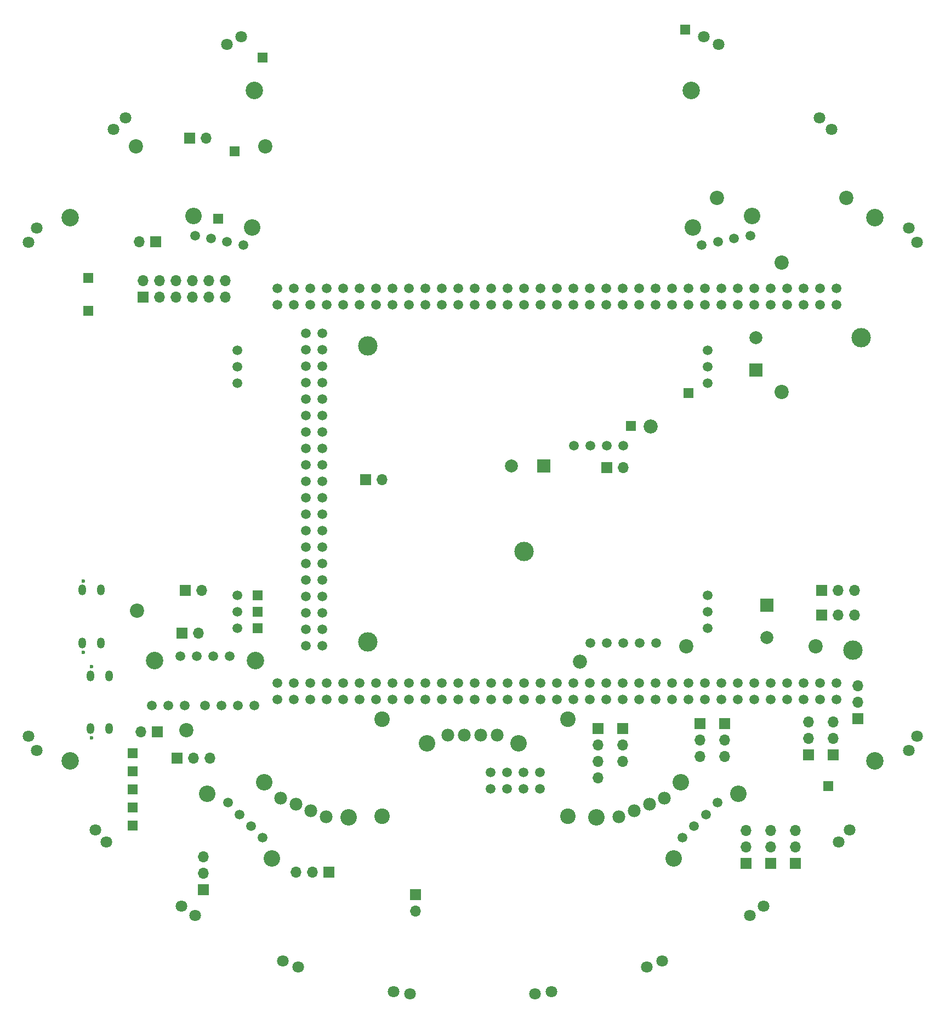
<source format=gbr>
G04 #@! TF.GenerationSoftware,KiCad,Pcbnew,5.1.9-73d0e3b20d~88~ubuntu20.04.1*
G04 #@! TF.CreationDate,2020-12-30T10:14:53-08:00*
G04 #@! TF.ProjectId,master_board,6d617374-6572-45f6-926f-6172642e6b69,Rev. A*
G04 #@! TF.SameCoordinates,Original*
G04 #@! TF.FileFunction,Soldermask,Bot*
G04 #@! TF.FilePolarity,Negative*
%FSLAX46Y46*%
G04 Gerber Fmt 4.6, Leading zero omitted, Abs format (unit mm)*
G04 Created by KiCad (PCBNEW 5.1.9-73d0e3b20d~88~ubuntu20.04.1) date 2020-12-30 10:14:53*
%MOMM*%
%LPD*%
G01*
G04 APERTURE LIST*
%ADD10C,2.000000*%
%ADD11R,2.000000X2.000000*%
%ADD12O,1.700000X1.700000*%
%ADD13R,1.700000X1.700000*%
%ADD14C,2.700000*%
%ADD15C,1.520000*%
%ADD16C,2.180000*%
%ADD17C,3.000000*%
%ADD18C,2.200000*%
%ADD19C,2.400000*%
%ADD20C,2.550000*%
%ADD21C,1.800000*%
%ADD22C,1.980000*%
%ADD23C,0.600000*%
%ADD24O,1.200000X1.700000*%
%ADD25R,1.500000X1.500000*%
G04 APERTURE END LIST*
D10*
X106030000Y-96390000D03*
D11*
X111030000Y-96390000D03*
D10*
X145470000Y-122910000D03*
D11*
X145470000Y-117910000D03*
D12*
X48768000Y-137414000D03*
D13*
X51308000Y-137414000D03*
D12*
X159004000Y-115570000D03*
X156464000Y-115570000D03*
D13*
X153924000Y-115570000D03*
D14*
X50856500Y-126485000D03*
X66491500Y-126485000D03*
D15*
X62484000Y-125730000D03*
X59944000Y-125730000D03*
X57404000Y-125730000D03*
X54864000Y-125730000D03*
X66294000Y-133350000D03*
X63754000Y-133350000D03*
X61214000Y-133350000D03*
X58674000Y-133350000D03*
X55499000Y-133350000D03*
X52959000Y-133350000D03*
X50419000Y-133350000D03*
D12*
X138938000Y-141224000D03*
X138938000Y-138684000D03*
D13*
X138938000Y-136144000D03*
D12*
X123190000Y-141986000D03*
X123190000Y-139446000D03*
D13*
X123190000Y-136906000D03*
D12*
X135128000Y-141224000D03*
X135128000Y-138684000D03*
D13*
X135128000Y-136144000D03*
D12*
X119380000Y-144526000D03*
X119380000Y-141986000D03*
X119380000Y-139446000D03*
D13*
X119380000Y-136906000D03*
D12*
X61800000Y-67760000D03*
X61800000Y-70300000D03*
X59260000Y-67760000D03*
X59260000Y-70300000D03*
X56720000Y-67760000D03*
X56720000Y-70300000D03*
X54180000Y-67760000D03*
X54180000Y-70300000D03*
X51640000Y-67760000D03*
X51640000Y-70300000D03*
X49100000Y-67760000D03*
D13*
X49100000Y-70300000D03*
D12*
X159512000Y-130302000D03*
X159512000Y-132842000D03*
D13*
X159512000Y-135382000D03*
D12*
X159004000Y-119380000D03*
X156464000Y-119380000D03*
D13*
X153924000Y-119380000D03*
D12*
X146030000Y-152654000D03*
X146030000Y-155194000D03*
D13*
X146030000Y-157734000D03*
D12*
X151892000Y-135890000D03*
X151892000Y-138430000D03*
D13*
X151892000Y-140970000D03*
D12*
X86020000Y-98540000D03*
D13*
X83480000Y-98540000D03*
D12*
X72752000Y-159148000D03*
X75292000Y-159148000D03*
D13*
X77832000Y-159148000D03*
D12*
X123238260Y-96657160D03*
D13*
X120698260Y-96657160D03*
D12*
X48514000Y-61722000D03*
D13*
X51054000Y-61722000D03*
D12*
X59436000Y-141478000D03*
X56896000Y-141478000D03*
D13*
X54356000Y-141478000D03*
D12*
X58420000Y-156718000D03*
X58420000Y-159258000D03*
D13*
X58420000Y-161798000D03*
D15*
X128330000Y-123720000D03*
X125790000Y-123720000D03*
X123250000Y-123720000D03*
X120710000Y-123720000D03*
X118170000Y-123720000D03*
X123290000Y-93280000D03*
X120750000Y-93280000D03*
X118210000Y-93280000D03*
X115670000Y-93280000D03*
D16*
X116600000Y-126600000D03*
X127500000Y-90300000D03*
D15*
X69828500Y-132475800D03*
X72368500Y-132475800D03*
X74908500Y-132475800D03*
X77448500Y-132475800D03*
X79988500Y-132475800D03*
X82528500Y-132475800D03*
X85068500Y-132475800D03*
X87608500Y-132475800D03*
X90148500Y-132475800D03*
X92688500Y-132475800D03*
X95228500Y-132475800D03*
X97768500Y-132475800D03*
X100308500Y-132475800D03*
X102848500Y-132475800D03*
X105388500Y-132475800D03*
X107928500Y-132475800D03*
X110468500Y-132475800D03*
X113008500Y-132475800D03*
X115548500Y-132475800D03*
X118088500Y-132475800D03*
X120628500Y-132475800D03*
X123168500Y-132475800D03*
X125708500Y-132475800D03*
X128248500Y-132475800D03*
X130788500Y-132475800D03*
X133328500Y-132475800D03*
X135868500Y-132475800D03*
X138408500Y-132475800D03*
X140948500Y-132475800D03*
X143488500Y-132475800D03*
X146028500Y-132475800D03*
X148568500Y-132475800D03*
X151108500Y-132475800D03*
X153648500Y-132475800D03*
X156188500Y-132475800D03*
X69828500Y-129935800D03*
X72368500Y-129935800D03*
X74908500Y-129935800D03*
X77448500Y-129935800D03*
X79988500Y-129935800D03*
X82528500Y-129935800D03*
X85068500Y-129935800D03*
X87608500Y-129935800D03*
X90148500Y-129935800D03*
X92688500Y-129935800D03*
X95228500Y-129935800D03*
X97768500Y-129935800D03*
X100308500Y-129935800D03*
X102848500Y-129935800D03*
X105388500Y-129935800D03*
X107928500Y-129935800D03*
X110468500Y-129935800D03*
X113008500Y-129935800D03*
X115548500Y-129935800D03*
X118088500Y-129935800D03*
X120628500Y-129935800D03*
X123168500Y-129935800D03*
X125708500Y-129935800D03*
X128248500Y-129935800D03*
X130788500Y-129935800D03*
X133328500Y-129935800D03*
X135868500Y-129935800D03*
X138408500Y-129935800D03*
X140948500Y-129935800D03*
X143488500Y-129935800D03*
X146028500Y-129935800D03*
X148568500Y-129935800D03*
X151108500Y-129935800D03*
X153648500Y-129935800D03*
X156188500Y-129935800D03*
X69828500Y-71515800D03*
X72368500Y-71515800D03*
X74908500Y-71515800D03*
X77448500Y-71515800D03*
X79988500Y-71515800D03*
X82528500Y-71515800D03*
X85068500Y-71515800D03*
X87608500Y-71515800D03*
X90148500Y-71515800D03*
X92688500Y-71515800D03*
X95228500Y-71515800D03*
X97768500Y-71515800D03*
X100308500Y-71515800D03*
X102848500Y-71515800D03*
X105388500Y-71515800D03*
X107928500Y-71515800D03*
X110468500Y-71515800D03*
X113008500Y-71515800D03*
X115548500Y-71515800D03*
X118088500Y-71515800D03*
X120628500Y-71515800D03*
X123168500Y-71515800D03*
X125708500Y-71515800D03*
X128248500Y-71515800D03*
X130788500Y-71515800D03*
X133328500Y-71515800D03*
X135868500Y-71515800D03*
X138408500Y-71515800D03*
X140948500Y-71515800D03*
X143488500Y-71515800D03*
X146028500Y-71515800D03*
X148568500Y-71515800D03*
X151108500Y-71515800D03*
X153648500Y-71515800D03*
X156188500Y-71515800D03*
X69828500Y-68975800D03*
X72368500Y-68975800D03*
X74908500Y-68975800D03*
X77448500Y-68975800D03*
X79988500Y-68975800D03*
X82528500Y-68975800D03*
X85068500Y-68975800D03*
X87608500Y-68975800D03*
X90148500Y-68975800D03*
X92688500Y-68975800D03*
X95228500Y-68975800D03*
X97768500Y-68975800D03*
X100308500Y-68975800D03*
X102848500Y-68975800D03*
X105388500Y-68975800D03*
X107928500Y-68975800D03*
X110468500Y-68975800D03*
X113008500Y-68975800D03*
X115548500Y-68975800D03*
X118088500Y-68975800D03*
X120628500Y-68975800D03*
X123168500Y-68975800D03*
X125708500Y-68975800D03*
X128248500Y-68975800D03*
X130788500Y-68975800D03*
X133328500Y-68975800D03*
X135868500Y-68975800D03*
X138408500Y-68975800D03*
X140948500Y-68975800D03*
X143488500Y-68975800D03*
X146028500Y-68975800D03*
X148568500Y-68975800D03*
X151108500Y-68975800D03*
X153648500Y-68975800D03*
X156188500Y-68975800D03*
D17*
X107928500Y-109615800D03*
X83798500Y-77865800D03*
X83798500Y-123585800D03*
X159998500Y-76595800D03*
X158728500Y-124855800D03*
D18*
X137750000Y-55000000D03*
X157750000Y-55000000D03*
D15*
X74230000Y-75870000D03*
X74230000Y-78410000D03*
X74230000Y-80950000D03*
X74230000Y-83490000D03*
X74230000Y-86030000D03*
X74230000Y-88570000D03*
X74230000Y-91110000D03*
X74230000Y-93650000D03*
X74230000Y-96190000D03*
X74230000Y-98730000D03*
X74230000Y-101270000D03*
X74230000Y-103810000D03*
X74230000Y-106350000D03*
X74230000Y-108890000D03*
X74230000Y-111430000D03*
X74230000Y-113970000D03*
X74230000Y-116510000D03*
X74230000Y-119050000D03*
X74230000Y-121590000D03*
X74230000Y-124130000D03*
X76770000Y-75870000D03*
X76770000Y-78410000D03*
X76770000Y-80950000D03*
X76770000Y-83490000D03*
X76770000Y-86030000D03*
X76770000Y-88570000D03*
X76770000Y-91110000D03*
X76770000Y-93650000D03*
X76770000Y-96190000D03*
X76770000Y-98730000D03*
X76770000Y-101270000D03*
X76770000Y-103810000D03*
X76770000Y-106350000D03*
X76770000Y-108890000D03*
X76770000Y-111430000D03*
X76770000Y-113970000D03*
X76770000Y-116510000D03*
X76770000Y-119050000D03*
X76770000Y-121590000D03*
X76770000Y-124130000D03*
X110435000Y-143690000D03*
X107895000Y-143690000D03*
X105355000Y-143690000D03*
X102815000Y-143690000D03*
X110435000Y-146230000D03*
X107895000Y-146230000D03*
X105355000Y-146230000D03*
X102815000Y-146230000D03*
D19*
X86000000Y-150500000D03*
X114700000Y-150500000D03*
X86000000Y-135500000D03*
X114700000Y-135500000D03*
D18*
X153000000Y-124250000D03*
X133000000Y-124250000D03*
D20*
X131020930Y-156988121D03*
X141009521Y-146999530D03*
D15*
X132423123Y-153789877D03*
X134219174Y-151993826D03*
X136015226Y-150197774D03*
X137811277Y-148401723D03*
D20*
X58990479Y-146999530D03*
X68979070Y-156988121D03*
D15*
X62188723Y-148401723D03*
X63984774Y-150197774D03*
X65780826Y-151993826D03*
X67576877Y-153789877D03*
D20*
X65979900Y-59566320D03*
X56857017Y-57759940D03*
D15*
X64588539Y-62268533D03*
X62096913Y-61775178D03*
X59605287Y-61281822D03*
X57113661Y-60788467D03*
D20*
X143142983Y-57759940D03*
X134020100Y-59566320D03*
D15*
X142886339Y-60788467D03*
X140394713Y-61281822D03*
X137903087Y-61775178D03*
X135411461Y-62268533D03*
X63700000Y-116380000D03*
X63700000Y-118920000D03*
X63700000Y-121460000D03*
X63700000Y-78540000D03*
X63700000Y-81080000D03*
X63700000Y-83620000D03*
X136300000Y-116380000D03*
X136300000Y-118920000D03*
X136300000Y-121460000D03*
X136300000Y-78540000D03*
X136300000Y-81080000D03*
X136300000Y-83620000D03*
D18*
X48173166Y-118761205D03*
X55826834Y-137238795D03*
X147750000Y-85000000D03*
X147750000Y-65000000D03*
X48000000Y-47000000D03*
X68000000Y-47000000D03*
D21*
X167348000Y-140349852D03*
X168618000Y-138150148D03*
X156545162Y-154465719D03*
X158277438Y-152608081D03*
X142843722Y-165789575D03*
X144949478Y-164369225D03*
X126946253Y-173741227D03*
X129317547Y-172830973D03*
X109667460Y-177912750D03*
X112182740Y-177559250D03*
X87817260Y-177559250D03*
X90332540Y-177912750D03*
X70682453Y-172830973D03*
X73053747Y-173741227D03*
X55050522Y-164369225D03*
X57156278Y-165789575D03*
X41722562Y-152608081D03*
X43454838Y-154465719D03*
X31382000Y-138150148D03*
X32652000Y-140349852D03*
X32652000Y-59650148D03*
X31382000Y-61849852D03*
X46382862Y-42649584D03*
X44555738Y-44414016D03*
X64267843Y-30092371D03*
X62025157Y-31284829D03*
X137974843Y-31284829D03*
X135732157Y-30092371D03*
X155444262Y-44414016D03*
X153617138Y-42649584D03*
X168618000Y-61849852D03*
X167348000Y-59650148D03*
D20*
X119114731Y-150665566D03*
X132165453Y-145259780D03*
D22*
X122606119Y-150594024D03*
X124952773Y-149622008D03*
X127299427Y-148649992D03*
X129646081Y-147677976D03*
D20*
X92937000Y-139270000D03*
X107063000Y-139270000D03*
D22*
X96190000Y-138000000D03*
X98730000Y-138000000D03*
X101270000Y-138000000D03*
X103810000Y-138000000D03*
D20*
X67834547Y-145259780D03*
X80885269Y-150665566D03*
D22*
X70353919Y-147677976D03*
X72700573Y-148649992D03*
X75047227Y-149622008D03*
X77393881Y-150594024D03*
D23*
X41118000Y-127378000D03*
D24*
X43888000Y-128778000D03*
X40948000Y-128778000D03*
X43888000Y-136978000D03*
D23*
X41118000Y-138378000D03*
D24*
X40948000Y-136978000D03*
D23*
X39848000Y-114134000D03*
D24*
X42618000Y-115534000D03*
X39678000Y-115534000D03*
X42618000Y-123734000D03*
D23*
X39848000Y-125134000D03*
D24*
X39678000Y-123734000D03*
D12*
X155702000Y-135890000D03*
X155702000Y-138430000D03*
D13*
X155702000Y-140970000D03*
D12*
X149860000Y-152654000D03*
X149860000Y-155194000D03*
D13*
X149860000Y-157734000D03*
D12*
X142240000Y-152654000D03*
X142240000Y-155194000D03*
D13*
X142240000Y-157734000D03*
D25*
X66802000Y-118872000D03*
X66802000Y-121412000D03*
X40640000Y-72390000D03*
X60706000Y-58166000D03*
X40640000Y-67310000D03*
X63246000Y-47752000D03*
D12*
X58852000Y-45798000D03*
D13*
X56312000Y-45798000D03*
D25*
X47498000Y-151892000D03*
X47498000Y-149098000D03*
X47498000Y-146304000D03*
X47498000Y-143510000D03*
X47498000Y-140716000D03*
X154940000Y-145796000D03*
X67564000Y-33274000D03*
X132842000Y-28956000D03*
X124460000Y-90170000D03*
X133350000Y-85090000D03*
X66802000Y-116332000D03*
D12*
X58166000Y-115570000D03*
D13*
X55626000Y-115570000D03*
D12*
X91142000Y-165148000D03*
D13*
X91142000Y-162608000D03*
D12*
X57658000Y-122174000D03*
D13*
X55118000Y-122174000D03*
D10*
X143800000Y-76610000D03*
D11*
X143800000Y-81610000D03*
D14*
X66250000Y-38404800D03*
X133750000Y-38404800D03*
X37831600Y-141942300D03*
X162168400Y-141942300D03*
X37831600Y-58057700D03*
X162168400Y-58057700D03*
M02*

</source>
